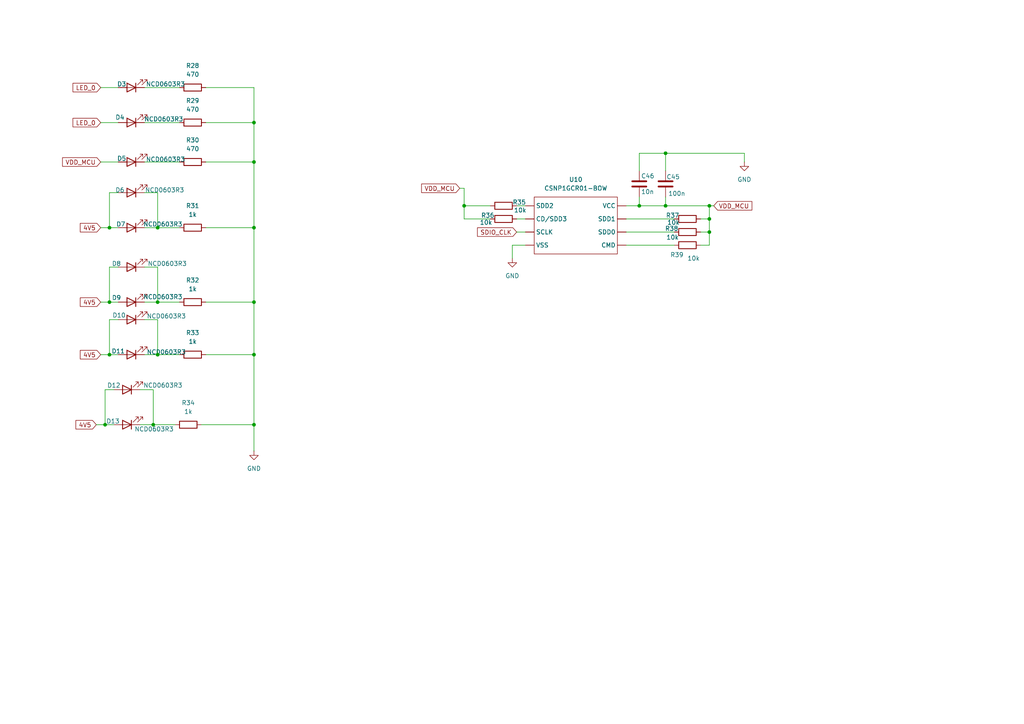
<source format=kicad_sch>
(kicad_sch (version 20250114) (generator "eeschema") (generator_version "9.0")
  (paper "A4")
  (lib_symbols
    (symbol "Device:C" (pin_numbers (hide yes)) (pin_names (offset 0.254))
      (property "Reference" "C" (at 0.635 2.54 0))
      (property "Value" "C" (at 0.635 -2.54 0))
      (symbol "C_0_1"
        (polyline (pts (xy -2.032 0.762) (xy 2.032 0.762)) (stroke (width 0.508)))
        (polyline (pts (xy -2.032 -0.762) (xy 2.032 -0.762)) (stroke (width 0.508)))
      )
      (symbol "C_1_1"
        (pin passive line (at 0 3.81 270) (length 2.794) (name "~") (number "1"))
        (pin passive line (at 0 -3.81 90) (length 2.794) (name "~") (number "2"))
      )
    )
    (symbol "Device:LED" (pin_numbers (hide yes)) (pin_names (offset 1.016) (hide yes))
      (property "Reference" "D" (at 0 2.54 0))
      (property "Value" "LED" (at 0 -2.54 0))
      (symbol "LED_0_1"
        (polyline (pts (xy -3.048 -0.762) (xy -4.572 -2.286) (xy -3.81 -2.286) (xy -4.572 -2.286) (xy -4.572 -1.524)))
        (polyline (pts (xy -1.778 -0.762) (xy -3.302 -2.286) (xy -2.54 -2.286) (xy -3.302 -2.286) (xy -3.302 -1.524)))
        (polyline (pts (xy -1.27 0) (xy 1.27 0)))
        (polyline (pts (xy -1.27 -1.27) (xy -1.27 1.27)) (stroke (width 0.254)))
        (polyline (pts (xy 1.27 -1.27) (xy 1.27 1.27) (xy -1.27 0) (xy 1.27 -1.27)) (stroke (width 0.254)))
      )
      (symbol "LED_1_1"
        (pin passive line (at -3.81 0 0) (length 2.54) (name "K") (number "1"))
        (pin passive line (at 3.81 0 180) (length 2.54) (name "A") (number "2"))
      )
    )
    (symbol "Device:R" (pin_numbers (hide yes)) (pin_names (offset 0))
      (property "Reference" "R" (at 2.032 0 90))
      (property "Value" "R" (at 0 0 90))
      (symbol "R_0_1"
        (rectangle (start -1.016 -2.54) (end 1.016 2.54) (stroke (width 0.254)))
      )
      (symbol "R_1_1"
        (pin passive line (at 0 3.81 270) (length 1.27) (name "~") (number "1"))
        (pin passive line (at 0 -3.81 90) (length 1.27) (name "~") (number "2"))
      )
    )
    (symbol "fclib:CSNP1GCR01-BOW"
      (property "Reference" "U" (at 0 0 0))
      (symbol "CSNP1GCR01-BOW_0_1"
        (rectangle (start 2.54 -1.27) (end 26.67 -17.78))
      )
      (symbol "CSNP1GCR01-BOW_1_1"
        (pin input line (at 0 -3.81 0) (length 2.54) (name "SDD2") (number ""))
        (pin input line (at 0 -7.62 0) (length 2.54) (name "CD/SDD3") (number ""))
        (pin input line (at 0 -11.43 0) (length 2.54) (name "SCLK") (number ""))
        (pin input line (at 0 -15.24 0) (length 2.54) (name "VSS") (number ""))
        (pin input line (at 29.21 -3.81 180) (length 2.54) (name "VCC") (number ""))
        (pin input line (at 29.21 -7.62 180) (length 2.54) (name "SDD1") (number ""))
        (pin input line (at 29.21 -11.43 180) (length 2.54) (name "SDD0") (number ""))
        (pin input line (at 29.21 -15.24 180) (length 2.54) (name "CMD") (number ""))
      )
    )
    (symbol "power:GND" (power) (pin_numbers (hide yes)) (pin_names (offset 0) (hide yes))
      (property "Value" "GND" (at 0 -3.81 0))
      (symbol "GND_0_1"
        (polyline (pts (xy 0 0) (xy 0 -1.27) (xy 1.27 -1.27) (xy 0 -2.54) (xy -1.27 -1.27) (xy 0 -1.27)))
      )
      (symbol "GND_1_1"
        (pin power_in line (at 0 0 270) (length 0) (name "~") (number "1"))
      )
    )
  )
  (junction (at 31.75 66.04))
  (junction (at 73.66 35.56))
  (junction (at 73.66 87.63))
  (junction (at 205.74 67.31))
  (junction (at 31.75 87.63))
  (junction (at 73.66 102.87))
  (junction (at 45.72 102.87))
  (junction (at 134.62 59.69))
  (junction (at 30.48 123.19))
  (junction (at 205.74 59.69))
  (junction (at 73.66 123.19))
  (junction (at 185.42 59.69))
  (junction (at 31.75 102.87))
  (junction (at 193.04 59.69))
  (junction (at 45.72 87.63))
  (junction (at 73.66 46.99))
  (junction (at 205.74 63.5))
  (junction (at 44.45 123.19))
  (junction (at 193.04 44.45))
  (junction (at 73.66 66.04))
  (junction (at 45.72 66.04))
  (wire (pts (xy 31.75 92.71) (xy 31.75 102.87)))
  (wire (pts (xy 134.62 59.69) (xy 142.24 59.69)))
  (wire (pts (xy 41.91 92.71) (xy 45.72 92.71)))
  (wire (pts (xy 59.69 25.4) (xy 73.66 25.4)))
  (wire (pts (xy 45.72 87.63) (xy 52.07 87.63)))
  (wire (pts (xy 181.61 71.12) (xy 195.58 71.12)))
  (wire (pts (xy 181.61 63.5) (xy 195.58 63.5)))
  (wire (pts (xy 205.74 59.69) (xy 207.01 59.69)))
  (wire (pts (xy 203.2 71.12) (xy 205.74 71.12)))
  (wire (pts (xy 181.61 67.31) (xy 195.58 67.31)))
  (wire (pts (xy 134.62 54.61) (xy 133.35 54.61)))
  (wire (pts (xy 73.66 35.56) (xy 73.66 46.99)))
  (wire (pts (xy 41.91 87.63) (xy 45.72 87.63)))
  (wire (pts (xy 193.04 44.45) (xy 215.9 44.45)))
  (wire (pts (xy 193.04 49.53) (xy 193.04 44.45)))
  (wire (pts (xy 59.69 35.56) (xy 73.66 35.56)))
  (wire (pts (xy 29.21 87.63) (xy 31.75 87.63)))
  (wire (pts (xy 181.61 59.69) (xy 185.42 59.69)))
  (wire (pts (xy 34.29 77.47) (xy 31.75 77.47)))
  (wire (pts (xy 205.74 67.31) (xy 205.74 63.5)))
  (wire (pts (xy 33.02 113.03) (xy 30.48 113.03)))
  (wire (pts (xy 30.48 113.03) (xy 30.48 123.19)))
  (wire (pts (xy 41.91 66.04) (xy 45.72 66.04)))
  (wire (pts (xy 149.86 67.31) (xy 152.4 67.31)))
  (wire (pts (xy 29.21 66.04) (xy 31.75 66.04)))
  (wire (pts (xy 205.74 63.5) (xy 205.74 59.69)))
  (wire (pts (xy 73.66 25.4) (xy 73.66 35.56)))
  (wire (pts (xy 40.64 113.03) (xy 44.45 113.03)))
  (wire (pts (xy 59.69 46.99) (xy 73.66 46.99)))
  (wire (pts (xy 58.42 123.19) (xy 73.66 123.19)))
  (wire (pts (xy 73.66 46.99) (xy 73.66 66.04)))
  (wire (pts (xy 205.74 71.12) (xy 205.74 67.31)))
  (wire (pts (xy 41.91 55.88) (xy 45.72 55.88)))
  (wire (pts (xy 30.48 123.19) (xy 33.02 123.19)))
  (wire (pts (xy 29.21 102.87) (xy 31.75 102.87)))
  (wire (pts (xy 29.21 35.56) (xy 34.29 35.56)))
  (wire (pts (xy 193.04 57.15) (xy 193.04 59.69)))
  (wire (pts (xy 203.2 67.31) (xy 205.74 67.31)))
  (wire (pts (xy 41.91 25.4) (xy 52.07 25.4)))
  (wire (pts (xy 152.4 71.12) (xy 148.59 71.12)))
  (wire (pts (xy 40.64 123.19) (xy 44.45 123.19)))
  (wire (pts (xy 185.42 59.69) (xy 193.04 59.69)))
  (wire (pts (xy 134.62 59.69) (xy 134.62 54.61)))
  (wire (pts (xy 148.59 71.12) (xy 148.59 74.93)))
  (wire (pts (xy 31.75 87.63) (xy 34.29 87.63)))
  (wire (pts (xy 73.66 123.19) (xy 73.66 130.81)))
  (wire (pts (xy 45.72 92.71) (xy 45.72 102.87)))
  (wire (pts (xy 29.21 25.4) (xy 34.29 25.4)))
  (wire (pts (xy 44.45 123.19) (xy 50.8 123.19)))
  (wire (pts (xy 31.75 102.87) (xy 34.29 102.87)))
  (wire (pts (xy 59.69 87.63) (xy 73.66 87.63)))
  (wire (pts (xy 41.91 77.47) (xy 45.72 77.47)))
  (wire (pts (xy 45.72 77.47) (xy 45.72 87.63)))
  (wire (pts (xy 185.42 57.15) (xy 185.42 59.69)))
  (wire (pts (xy 142.24 63.5) (xy 134.62 63.5)))
  (wire (pts (xy 27.94 123.19) (xy 30.48 123.19)))
  (wire (pts (xy 73.66 66.04) (xy 73.66 87.63)))
  (wire (pts (xy 44.45 113.03) (xy 44.45 123.19)))
  (wire (pts (xy 41.91 102.87) (xy 45.72 102.87)))
  (wire (pts (xy 31.75 66.04) (xy 34.29 66.04)))
  (wire (pts (xy 193.04 59.69) (xy 205.74 59.69)))
  (wire (pts (xy 73.66 87.63) (xy 73.66 102.87)))
  (wire (pts (xy 41.91 35.56) (xy 52.07 35.56)))
  (wire (pts (xy 149.86 63.5) (xy 152.4 63.5)))
  (wire (pts (xy 31.75 55.88) (xy 31.75 66.04)))
  (wire (pts (xy 185.42 49.53) (xy 185.42 44.45)))
  (wire (pts (xy 41.91 46.99) (xy 52.07 46.99)))
  (wire (pts (xy 45.72 66.04) (xy 52.07 66.04)))
  (wire (pts (xy 45.72 55.88) (xy 45.72 66.04)))
  (wire (pts (xy 203.2 63.5) (xy 205.74 63.5)))
  (wire (pts (xy 73.66 102.87) (xy 73.66 123.19)))
  (wire (pts (xy 45.72 102.87) (xy 52.07 102.87)))
  (wire (pts (xy 134.62 63.5) (xy 134.62 59.69)))
  (wire (pts (xy 215.9 44.45) (xy 215.9 46.99)))
  (wire (pts (xy 185.42 44.45) (xy 193.04 44.45)))
  (wire (pts (xy 59.69 102.87) (xy 73.66 102.87)))
  (wire (pts (xy 34.29 55.88) (xy 31.75 55.88)))
  (wire (pts (xy 34.29 92.71) (xy 31.75 92.71)))
  (wire (pts (xy 149.86 59.69) (xy 152.4 59.69)))
  (wire (pts (xy 31.75 77.47) (xy 31.75 87.63)))
  (wire (pts (xy 29.21 46.99) (xy 34.29 46.99)))
  (wire (pts (xy 59.69 66.04) (xy 73.66 66.04)))
  (global_label "VDD_MCU" (shape input) (at 133.35 54.61 180) (property "Intersheetrefs" "${INTERSHEET_REFS}" (effects (hide yes))))
  (global_label "4V5" (shape input) (at 29.21 66.04 180) (property "Intersheetrefs" "${INTERSHEET_REFS}" (effects (hide yes))))
  (global_label "SDIO_CLK" (shape input) (at 149.86 67.31 180) (property "Intersheetrefs" "${INTERSHEET_REFS}" (effects (hide yes))))
  (global_label "VDD_MCU" (shape input) (at 207.01 59.69 0) (property "Intersheetrefs" "${INTERSHEET_REFS}" (effects (hide yes))))
  (global_label "4V5" (shape input) (at 29.21 87.63 180) (property "Intersheetrefs" "${INTERSHEET_REFS}" (effects (hide yes))))
  (global_label "VDD_MCU" (shape input) (at 29.21 46.99 180) (property "Intersheetrefs" "${INTERSHEET_REFS}" (effects (hide yes))))
  (global_label "4V5" (shape input) (at 27.94 123.19 180) (property "Intersheetrefs" "${INTERSHEET_REFS}" (effects (hide yes))))
  (global_label "4V5" (shape input) (at 29.21 102.87 180) (property "Intersheetrefs" "${INTERSHEET_REFS}" (effects (hide yes))))
  (global_label "LED_0" (shape input) (at 29.21 25.4 180) (property "Intersheetrefs" "${INTERSHEET_REFS}" (effects (hide yes))))
  (global_label "LED_0" (shape input) (at 29.21 35.56 180) (property "Intersheetrefs" "${INTERSHEET_REFS}" (effects (hide yes))))
  (symbol (lib_id "Device:LED") (at 38.1 87.63 180) (unit 1)
    (property "Reference" "D9" (at 33.782 86.36 0))
    (property "Value" "NCD0603R3" (at 47.244 86.106 0))
    (property "Footprint" "LED_SMD:LED_0603_1608Metric" (effects (hide yes)))
    (property "Description" "Light emitting diode" (effects (hide yes)))
    (property "Sim.Pins" "1=K 2=A" (effects (hide yes)))
  )
  (symbol (lib_id "fclib:CSNP1GCR01-BOW") (at 152.4 55.88 0) (unit 1)
    (property "Reference" "U10" (at 167.005 52.07 0))
    (property "Value" "CSNP1GCR01-BOW" (at 167.005 54.61 0))
  )
  (symbol (lib_id "Device:LED") (at 36.83 113.03 180) (unit 1)
    (property "Reference" "D12" (at 33.02 111.76 0))
    (property "Value" "NCD0603R3" (at 47.244 111.76 0))
    (property "Footprint" "LED_SMD:LED_0603_1608Metric" (effects (hide yes)))
    (property "Description" "Light emitting diode" (effects (hide yes)))
    (property "Sim.Pins" "1=K 2=A" (effects (hide yes)))
  )
  (symbol (lib_id "power:GND") (at 73.66 130.81 0) (unit 1)
    (property "Reference" "#PWR038" (effects (hide yes)))
    (property "Value" "GND" (at 73.66 135.89 0))
    (property "Description" "Power symbol creates a global label with name \"GND\" , ground" (effects (hide yes)))
  )
  (symbol (lib_id "Device:R") (at 199.39 67.31 90) (unit 1)
    (property "Reference" "R38" (at 194.818 66.294 90))
    (property "Value" "10k" (at 195.072 68.834 90))
    (property "Footprint" "Resistor_SMD:R_0603_1608Metric" (effects (hide yes)))
    (property "Description" "Resistor" (effects (hide yes)))
  )
  (symbol (lib_id "Device:LED") (at 38.1 66.04 180) (unit 1)
    (property "Reference" "D7" (at 35.052 65.024 0))
    (property "Value" "NCD0603R3" (at 47.244 65.024 0))
    (property "Footprint" "LED_SMD:LED_0603_1608Metric" (effects (hide yes)))
    (property "Description" "Light emitting diode" (effects (hide yes)))
    (property "Sim.Pins" "1=K 2=A" (effects (hide yes)))
  )
  (symbol (lib_id "Device:R") (at 199.39 63.5 90) (unit 1)
    (property "Reference" "R37" (at 195.072 62.484 90))
    (property "Value" "10k" (at 195.326 64.516 90))
    (property "Footprint" "Resistor_SMD:R_0603_1608Metric" (effects (hide yes)))
    (property "Description" "Resistor" (effects (hide yes)))
  )
  (symbol (lib_id "Device:R") (at 55.88 102.87 90) (unit 1)
    (property "Reference" "R33" (at 55.88 96.52 90))
    (property "Value" "1k" (at 55.88 99.06 90))
    (property "Footprint" "Resistor_SMD:R_0603_1608Metric" (effects (hide yes)))
    (property "Description" "Resistor" (effects (hide yes)))
  )
  (symbol (lib_id "Device:R") (at 146.05 59.69 90) (unit 1)
    (property "Reference" "R35" (at 150.622 58.674 90))
    (property "Value" "10k" (at 150.876 60.96 90))
    (property "Footprint" "Resistor_SMD:R_0603_1608Metric" (effects (hide yes)))
    (property "Description" "Resistor" (effects (hide yes)))
  )
  (symbol (lib_id "power:GND") (at 148.59 74.93 0) (unit 1)
    (property "Reference" "#PWR039" (effects (hide yes)))
    (property "Value" "GND" (at 148.59 80.01 0))
    (property "Description" "Power symbol creates a global label with name \"GND\" , ground" (effects (hide yes)))
  )
  (symbol (lib_id "Device:R") (at 54.61 123.19 90) (unit 1)
    (property "Reference" "R34" (at 54.61 116.84 90))
    (property "Value" "1k" (at 54.61 119.38 90))
    (property "Footprint" "Resistor_SMD:R_0603_1608Metric" (effects (hide yes)))
    (property "Description" "Resistor" (effects (hide yes)))
  )
  (symbol (lib_id "Device:R") (at 55.88 46.99 90) (unit 1)
    (property "Reference" "R30" (at 55.88 40.64 90))
    (property "Value" "470" (at 55.88 43.18 90))
    (property "Footprint" "Resistor_SMD:R_0603_1608Metric" (effects (hide yes)))
    (property "Description" "Resistor" (effects (hide yes)))
  )
  (symbol (lib_id "Device:LED") (at 38.1 25.4 180) (unit 1)
    (property "Reference" "D3" (at 35.306 24.384 0))
    (property "Value" "NCD0603R3" (at 48.006 24.384 0))
    (property "Footprint" "LED_SMD:LED_0603_1608Metric" (effects (hide yes)))
    (property "Description" "Light emitting diode" (effects (hide yes)))
    (property "Sim.Pins" "1=K 2=A" (effects (hide yes)))
  )
  (symbol (lib_id "Device:LED") (at 38.1 46.99 180) (unit 1)
    (property "Reference" "D5" (at 35.306 45.974 0))
    (property "Value" "NCD0603R3" (at 48.006 46.228 0))
    (property "Footprint" "LED_SMD:LED_0603_1608Metric" (effects (hide yes)))
    (property "Description" "Light emitting diode" (effects (hide yes)))
    (property "Sim.Pins" "1=K 2=A" (effects (hide yes)))
  )
  (symbol (lib_id "Device:R") (at 55.88 25.4 90) (unit 1)
    (property "Reference" "R28" (at 55.88 19.05 90))
    (property "Value" "470" (at 55.88 21.59 90))
    (property "Footprint" "Resistor_SMD:R_0603_1608Metric" (effects (hide yes)))
    (property "Description" "Resistor" (effects (hide yes)))
  )
  (symbol (lib_id "Device:R") (at 146.05 63.5 90) (unit 1)
    (property "Reference" "R36" (at 141.478 62.484 90))
    (property "Value" "10k" (at 140.97 64.516 90))
    (property "Footprint" "Resistor_SMD:R_0603_1608Metric" (effects (hide yes)))
    (property "Description" "Resistor" (effects (hide yes)))
  )
  (symbol (lib_id "Device:R") (at 199.39 71.12 90) (unit 1)
    (property "Reference" "R39" (at 196.342 73.914 90))
    (property "Value" "10k" (at 201.168 74.93 90))
    (property "Footprint" "Resistor_SMD:R_0603_1608Metric" (effects (hide yes)))
    (property "Description" "Resistor" (effects (hide yes)))
  )
  (symbol (lib_id "Device:C") (at 193.04 53.34 0) (unit 1)
    (property "Reference" "C45" (at 193.294 51.308 0) (effects (justify left)))
    (property "Value" "100n" (at 193.802 56.134 0) (effects (justify left)))
    (property "Footprint" "Capacitor_SMD:C_0603_1608Metric" (effects (hide yes)))
    (property "Description" "Unpolarized capacitor" (effects (hide yes)))
  )
  (symbol (lib_id "power:GND") (at 215.9 46.99 0) (unit 1)
    (property "Reference" "#PWR040" (effects (hide yes)))
    (property "Value" "GND" (at 215.9 52.07 0))
    (property "Description" "Power symbol creates a global label with name \"GND\" , ground" (effects (hide yes)))
  )
  (symbol (lib_id "Device:LED") (at 38.1 55.88 180) (unit 1)
    (property "Reference" "D6" (at 34.798 55.118 0))
    (property "Value" "NCD0603R3" (at 47.752 55.118 0))
    (property "Footprint" "LED_SMD:LED_0603_1608Metric" (effects (hide yes)))
    (property "Description" "Light emitting diode" (effects (hide yes)))
    (property "Sim.Pins" "1=K 2=A" (effects (hide yes)))
  )
  (symbol (lib_id "Device:R") (at 55.88 35.56 90) (unit 1)
    (property "Reference" "R29" (at 55.88 29.21 90))
    (property "Value" "470" (at 55.88 31.75 90))
    (property "Footprint" "Resistor_SMD:R_0603_1608Metric" (effects (hide yes)))
    (property "Description" "Resistor" (effects (hide yes)))
  )
  (symbol (lib_id "Device:LED") (at 38.1 35.56 180) (unit 1)
    (property "Reference" "D4" (at 34.798 34.036 0))
    (property "Value" "NCD0603R3" (at 47.498 34.544 0))
    (property "Footprint" "LED_SMD:LED_0603_1608Metric" (effects (hide yes)))
    (property "Description" "Light emitting diode" (effects (hide yes)))
    (property "Sim.Pins" "1=K 2=A" (effects (hide yes)))
  )
  (symbol (lib_id "Device:LED") (at 38.1 77.47 180) (unit 1)
    (property "Reference" "D8" (at 33.782 76.454 0))
    (property "Value" "NCD0603R3" (at 48.514 76.454 0))
    (property "Footprint" "LED_SMD:LED_0603_1608Metric" (effects (hide yes)))
    (property "Description" "Light emitting diode" (effects (hide yes)))
    (property "Sim.Pins" "1=K 2=A" (effects (hide yes)))
  )
  (symbol (lib_id "Device:R") (at 55.88 87.63 90) (unit 1)
    (property "Reference" "R32" (at 55.88 81.28 90))
    (property "Value" "1k" (at 55.88 83.82 90))
    (property "Footprint" "Resistor_SMD:R_0603_1608Metric" (effects (hide yes)))
    (property "Description" "Resistor" (effects (hide yes)))
  )
  (symbol (lib_id "Device:LED") (at 38.1 102.87 180) (unit 1)
    (property "Reference" "D11" (at 34.29 101.854 0))
    (property "Value" "NCD0603R3" (at 48.26 102.108 0))
    (property "Footprint" "LED_SMD:LED_0603_1608Metric" (effects (hide yes)))
    (property "Description" "Light emitting diode" (effects (hide yes)))
    (property "Sim.Pins" "1=K 2=A" (effects (hide yes)))
  )
  (symbol (lib_id "Device:LED") (at 36.83 123.19 180) (unit 1)
    (property "Reference" "D13" (at 32.766 122.174 0))
    (property "Value" "NCD0603R3" (at 44.704 124.46 0))
    (property "Footprint" "LED_SMD:LED_0603_1608Metric" (effects (hide yes)))
    (property "Description" "Light emitting diode" (effects (hide yes)))
    (property "Sim.Pins" "1=K 2=A" (effects (hide yes)))
  )
  (symbol (lib_id "Device:C") (at 185.42 53.34 0) (unit 1)
    (property "Reference" "C46" (at 185.928 51.054 0) (effects (justify left)))
    (property "Value" "10n" (at 185.928 55.626 0) (effects (justify left)))
    (property "Footprint" "Capacitor_SMD:C_0603_1608Metric" (effects (hide yes)))
    (property "Description" "Unpolarized capacitor" (effects (hide yes)))
  )
  (symbol (lib_id "Device:LED") (at 38.1 92.71 180) (unit 1)
    (property "Reference" "D10" (at 34.544 91.44 0))
    (property "Value" "NCD0603R3" (at 48.26 91.694 0))
    (property "Footprint" "LED_SMD:LED_0603_1608Metric" (effects (hide yes)))
    (property "Description" "Light emitting diode" (effects (hide yes)))
    (property "Sim.Pins" "1=K 2=A" (effects (hide yes)))
  )
  (symbol (lib_id "Device:R") (at 55.88 66.04 90) (unit 1)
    (property "Reference" "R31" (at 55.88 59.69 90))
    (property "Value" "1k" (at 55.88 62.23 90))
    (property "Footprint" "Resistor_SMD:R_0603_1608Metric" (effects (hide yes)))
    (property "Description" "Resistor" (effects (hide yes)))
  )
)
</source>
